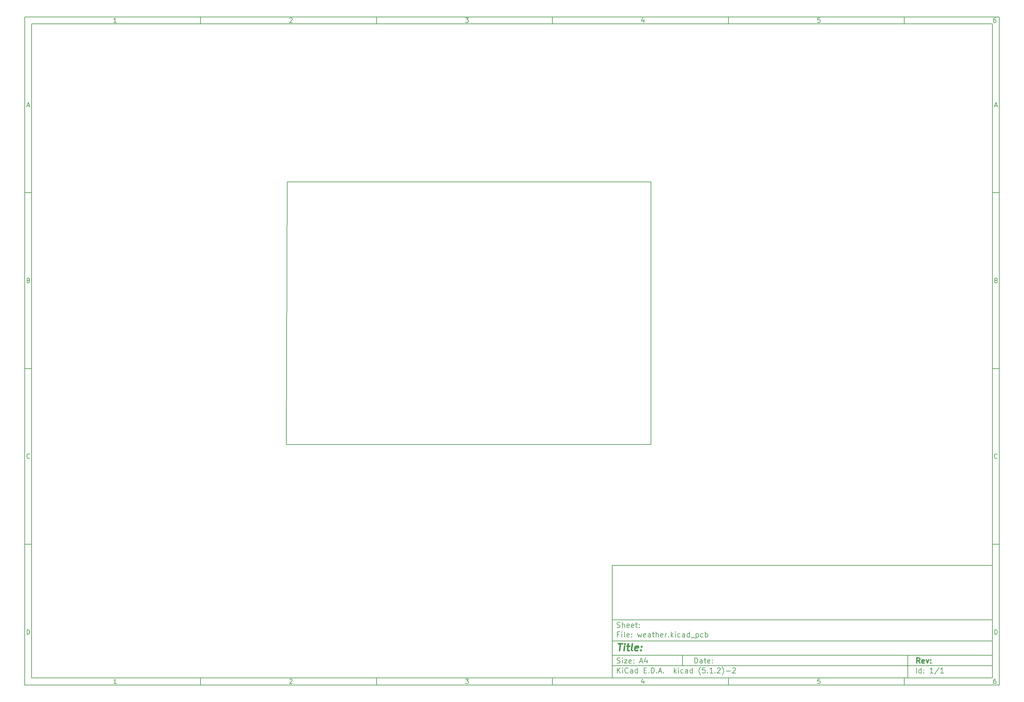
<source format=gm1>
G04 #@! TF.GenerationSoftware,KiCad,Pcbnew,(5.1.2)-2*
G04 #@! TF.CreationDate,2019-07-01T23:58:17+07:00*
G04 #@! TF.ProjectId,weather,77656174-6865-4722-9e6b-696361645f70,rev?*
G04 #@! TF.SameCoordinates,Original*
G04 #@! TF.FileFunction,Profile,NP*
%FSLAX46Y46*%
G04 Gerber Fmt 4.6, Leading zero omitted, Abs format (unit mm)*
G04 Created by KiCad (PCBNEW (5.1.2)-2) date 2019-07-01 23:58:17*
%MOMM*%
%LPD*%
G04 APERTURE LIST*
%ADD10C,0.100000*%
%ADD11C,0.150000*%
%ADD12C,0.300000*%
%ADD13C,0.400000*%
G04 APERTURE END LIST*
D10*
D11*
X177002200Y-166007200D02*
X177002200Y-198007200D01*
X285002200Y-198007200D01*
X285002200Y-166007200D01*
X177002200Y-166007200D01*
D10*
D11*
X10000000Y-10000000D02*
X10000000Y-200007200D01*
X287002200Y-200007200D01*
X287002200Y-10000000D01*
X10000000Y-10000000D01*
D10*
D11*
X12000000Y-12000000D02*
X12000000Y-198007200D01*
X285002200Y-198007200D01*
X285002200Y-12000000D01*
X12000000Y-12000000D01*
D10*
D11*
X60000000Y-12000000D02*
X60000000Y-10000000D01*
D10*
D11*
X110000000Y-12000000D02*
X110000000Y-10000000D01*
D10*
D11*
X160000000Y-12000000D02*
X160000000Y-10000000D01*
D10*
D11*
X210000000Y-12000000D02*
X210000000Y-10000000D01*
D10*
D11*
X260000000Y-12000000D02*
X260000000Y-10000000D01*
D10*
D11*
X36065476Y-11588095D02*
X35322619Y-11588095D01*
X35694047Y-11588095D02*
X35694047Y-10288095D01*
X35570238Y-10473809D01*
X35446428Y-10597619D01*
X35322619Y-10659523D01*
D10*
D11*
X85322619Y-10411904D02*
X85384523Y-10350000D01*
X85508333Y-10288095D01*
X85817857Y-10288095D01*
X85941666Y-10350000D01*
X86003571Y-10411904D01*
X86065476Y-10535714D01*
X86065476Y-10659523D01*
X86003571Y-10845238D01*
X85260714Y-11588095D01*
X86065476Y-11588095D01*
D10*
D11*
X135260714Y-10288095D02*
X136065476Y-10288095D01*
X135632142Y-10783333D01*
X135817857Y-10783333D01*
X135941666Y-10845238D01*
X136003571Y-10907142D01*
X136065476Y-11030952D01*
X136065476Y-11340476D01*
X136003571Y-11464285D01*
X135941666Y-11526190D01*
X135817857Y-11588095D01*
X135446428Y-11588095D01*
X135322619Y-11526190D01*
X135260714Y-11464285D01*
D10*
D11*
X185941666Y-10721428D02*
X185941666Y-11588095D01*
X185632142Y-10226190D02*
X185322619Y-11154761D01*
X186127380Y-11154761D01*
D10*
D11*
X236003571Y-10288095D02*
X235384523Y-10288095D01*
X235322619Y-10907142D01*
X235384523Y-10845238D01*
X235508333Y-10783333D01*
X235817857Y-10783333D01*
X235941666Y-10845238D01*
X236003571Y-10907142D01*
X236065476Y-11030952D01*
X236065476Y-11340476D01*
X236003571Y-11464285D01*
X235941666Y-11526190D01*
X235817857Y-11588095D01*
X235508333Y-11588095D01*
X235384523Y-11526190D01*
X235322619Y-11464285D01*
D10*
D11*
X285941666Y-10288095D02*
X285694047Y-10288095D01*
X285570238Y-10350000D01*
X285508333Y-10411904D01*
X285384523Y-10597619D01*
X285322619Y-10845238D01*
X285322619Y-11340476D01*
X285384523Y-11464285D01*
X285446428Y-11526190D01*
X285570238Y-11588095D01*
X285817857Y-11588095D01*
X285941666Y-11526190D01*
X286003571Y-11464285D01*
X286065476Y-11340476D01*
X286065476Y-11030952D01*
X286003571Y-10907142D01*
X285941666Y-10845238D01*
X285817857Y-10783333D01*
X285570238Y-10783333D01*
X285446428Y-10845238D01*
X285384523Y-10907142D01*
X285322619Y-11030952D01*
D10*
D11*
X60000000Y-198007200D02*
X60000000Y-200007200D01*
D10*
D11*
X110000000Y-198007200D02*
X110000000Y-200007200D01*
D10*
D11*
X160000000Y-198007200D02*
X160000000Y-200007200D01*
D10*
D11*
X210000000Y-198007200D02*
X210000000Y-200007200D01*
D10*
D11*
X260000000Y-198007200D02*
X260000000Y-200007200D01*
D10*
D11*
X36065476Y-199595295D02*
X35322619Y-199595295D01*
X35694047Y-199595295D02*
X35694047Y-198295295D01*
X35570238Y-198481009D01*
X35446428Y-198604819D01*
X35322619Y-198666723D01*
D10*
D11*
X85322619Y-198419104D02*
X85384523Y-198357200D01*
X85508333Y-198295295D01*
X85817857Y-198295295D01*
X85941666Y-198357200D01*
X86003571Y-198419104D01*
X86065476Y-198542914D01*
X86065476Y-198666723D01*
X86003571Y-198852438D01*
X85260714Y-199595295D01*
X86065476Y-199595295D01*
D10*
D11*
X135260714Y-198295295D02*
X136065476Y-198295295D01*
X135632142Y-198790533D01*
X135817857Y-198790533D01*
X135941666Y-198852438D01*
X136003571Y-198914342D01*
X136065476Y-199038152D01*
X136065476Y-199347676D01*
X136003571Y-199471485D01*
X135941666Y-199533390D01*
X135817857Y-199595295D01*
X135446428Y-199595295D01*
X135322619Y-199533390D01*
X135260714Y-199471485D01*
D10*
D11*
X185941666Y-198728628D02*
X185941666Y-199595295D01*
X185632142Y-198233390D02*
X185322619Y-199161961D01*
X186127380Y-199161961D01*
D10*
D11*
X236003571Y-198295295D02*
X235384523Y-198295295D01*
X235322619Y-198914342D01*
X235384523Y-198852438D01*
X235508333Y-198790533D01*
X235817857Y-198790533D01*
X235941666Y-198852438D01*
X236003571Y-198914342D01*
X236065476Y-199038152D01*
X236065476Y-199347676D01*
X236003571Y-199471485D01*
X235941666Y-199533390D01*
X235817857Y-199595295D01*
X235508333Y-199595295D01*
X235384523Y-199533390D01*
X235322619Y-199471485D01*
D10*
D11*
X285941666Y-198295295D02*
X285694047Y-198295295D01*
X285570238Y-198357200D01*
X285508333Y-198419104D01*
X285384523Y-198604819D01*
X285322619Y-198852438D01*
X285322619Y-199347676D01*
X285384523Y-199471485D01*
X285446428Y-199533390D01*
X285570238Y-199595295D01*
X285817857Y-199595295D01*
X285941666Y-199533390D01*
X286003571Y-199471485D01*
X286065476Y-199347676D01*
X286065476Y-199038152D01*
X286003571Y-198914342D01*
X285941666Y-198852438D01*
X285817857Y-198790533D01*
X285570238Y-198790533D01*
X285446428Y-198852438D01*
X285384523Y-198914342D01*
X285322619Y-199038152D01*
D10*
D11*
X10000000Y-60000000D02*
X12000000Y-60000000D01*
D10*
D11*
X10000000Y-110000000D02*
X12000000Y-110000000D01*
D10*
D11*
X10000000Y-160000000D02*
X12000000Y-160000000D01*
D10*
D11*
X10690476Y-35216666D02*
X11309523Y-35216666D01*
X10566666Y-35588095D02*
X11000000Y-34288095D01*
X11433333Y-35588095D01*
D10*
D11*
X11092857Y-84907142D02*
X11278571Y-84969047D01*
X11340476Y-85030952D01*
X11402380Y-85154761D01*
X11402380Y-85340476D01*
X11340476Y-85464285D01*
X11278571Y-85526190D01*
X11154761Y-85588095D01*
X10659523Y-85588095D01*
X10659523Y-84288095D01*
X11092857Y-84288095D01*
X11216666Y-84350000D01*
X11278571Y-84411904D01*
X11340476Y-84535714D01*
X11340476Y-84659523D01*
X11278571Y-84783333D01*
X11216666Y-84845238D01*
X11092857Y-84907142D01*
X10659523Y-84907142D01*
D10*
D11*
X11402380Y-135464285D02*
X11340476Y-135526190D01*
X11154761Y-135588095D01*
X11030952Y-135588095D01*
X10845238Y-135526190D01*
X10721428Y-135402380D01*
X10659523Y-135278571D01*
X10597619Y-135030952D01*
X10597619Y-134845238D01*
X10659523Y-134597619D01*
X10721428Y-134473809D01*
X10845238Y-134350000D01*
X11030952Y-134288095D01*
X11154761Y-134288095D01*
X11340476Y-134350000D01*
X11402380Y-134411904D01*
D10*
D11*
X10659523Y-185588095D02*
X10659523Y-184288095D01*
X10969047Y-184288095D01*
X11154761Y-184350000D01*
X11278571Y-184473809D01*
X11340476Y-184597619D01*
X11402380Y-184845238D01*
X11402380Y-185030952D01*
X11340476Y-185278571D01*
X11278571Y-185402380D01*
X11154761Y-185526190D01*
X10969047Y-185588095D01*
X10659523Y-185588095D01*
D10*
D11*
X287002200Y-60000000D02*
X285002200Y-60000000D01*
D10*
D11*
X287002200Y-110000000D02*
X285002200Y-110000000D01*
D10*
D11*
X287002200Y-160000000D02*
X285002200Y-160000000D01*
D10*
D11*
X285692676Y-35216666D02*
X286311723Y-35216666D01*
X285568866Y-35588095D02*
X286002200Y-34288095D01*
X286435533Y-35588095D01*
D10*
D11*
X286095057Y-84907142D02*
X286280771Y-84969047D01*
X286342676Y-85030952D01*
X286404580Y-85154761D01*
X286404580Y-85340476D01*
X286342676Y-85464285D01*
X286280771Y-85526190D01*
X286156961Y-85588095D01*
X285661723Y-85588095D01*
X285661723Y-84288095D01*
X286095057Y-84288095D01*
X286218866Y-84350000D01*
X286280771Y-84411904D01*
X286342676Y-84535714D01*
X286342676Y-84659523D01*
X286280771Y-84783333D01*
X286218866Y-84845238D01*
X286095057Y-84907142D01*
X285661723Y-84907142D01*
D10*
D11*
X286404580Y-135464285D02*
X286342676Y-135526190D01*
X286156961Y-135588095D01*
X286033152Y-135588095D01*
X285847438Y-135526190D01*
X285723628Y-135402380D01*
X285661723Y-135278571D01*
X285599819Y-135030952D01*
X285599819Y-134845238D01*
X285661723Y-134597619D01*
X285723628Y-134473809D01*
X285847438Y-134350000D01*
X286033152Y-134288095D01*
X286156961Y-134288095D01*
X286342676Y-134350000D01*
X286404580Y-134411904D01*
D10*
D11*
X285661723Y-185588095D02*
X285661723Y-184288095D01*
X285971247Y-184288095D01*
X286156961Y-184350000D01*
X286280771Y-184473809D01*
X286342676Y-184597619D01*
X286404580Y-184845238D01*
X286404580Y-185030952D01*
X286342676Y-185278571D01*
X286280771Y-185402380D01*
X286156961Y-185526190D01*
X285971247Y-185588095D01*
X285661723Y-185588095D01*
D10*
D11*
X200434342Y-193785771D02*
X200434342Y-192285771D01*
X200791485Y-192285771D01*
X201005771Y-192357200D01*
X201148628Y-192500057D01*
X201220057Y-192642914D01*
X201291485Y-192928628D01*
X201291485Y-193142914D01*
X201220057Y-193428628D01*
X201148628Y-193571485D01*
X201005771Y-193714342D01*
X200791485Y-193785771D01*
X200434342Y-193785771D01*
X202577200Y-193785771D02*
X202577200Y-193000057D01*
X202505771Y-192857200D01*
X202362914Y-192785771D01*
X202077200Y-192785771D01*
X201934342Y-192857200D01*
X202577200Y-193714342D02*
X202434342Y-193785771D01*
X202077200Y-193785771D01*
X201934342Y-193714342D01*
X201862914Y-193571485D01*
X201862914Y-193428628D01*
X201934342Y-193285771D01*
X202077200Y-193214342D01*
X202434342Y-193214342D01*
X202577200Y-193142914D01*
X203077200Y-192785771D02*
X203648628Y-192785771D01*
X203291485Y-192285771D02*
X203291485Y-193571485D01*
X203362914Y-193714342D01*
X203505771Y-193785771D01*
X203648628Y-193785771D01*
X204720057Y-193714342D02*
X204577200Y-193785771D01*
X204291485Y-193785771D01*
X204148628Y-193714342D01*
X204077200Y-193571485D01*
X204077200Y-193000057D01*
X204148628Y-192857200D01*
X204291485Y-192785771D01*
X204577200Y-192785771D01*
X204720057Y-192857200D01*
X204791485Y-193000057D01*
X204791485Y-193142914D01*
X204077200Y-193285771D01*
X205434342Y-193642914D02*
X205505771Y-193714342D01*
X205434342Y-193785771D01*
X205362914Y-193714342D01*
X205434342Y-193642914D01*
X205434342Y-193785771D01*
X205434342Y-192857200D02*
X205505771Y-192928628D01*
X205434342Y-193000057D01*
X205362914Y-192928628D01*
X205434342Y-192857200D01*
X205434342Y-193000057D01*
D10*
D11*
X177002200Y-194507200D02*
X285002200Y-194507200D01*
D10*
D11*
X178434342Y-196585771D02*
X178434342Y-195085771D01*
X179291485Y-196585771D02*
X178648628Y-195728628D01*
X179291485Y-195085771D02*
X178434342Y-195942914D01*
X179934342Y-196585771D02*
X179934342Y-195585771D01*
X179934342Y-195085771D02*
X179862914Y-195157200D01*
X179934342Y-195228628D01*
X180005771Y-195157200D01*
X179934342Y-195085771D01*
X179934342Y-195228628D01*
X181505771Y-196442914D02*
X181434342Y-196514342D01*
X181220057Y-196585771D01*
X181077200Y-196585771D01*
X180862914Y-196514342D01*
X180720057Y-196371485D01*
X180648628Y-196228628D01*
X180577200Y-195942914D01*
X180577200Y-195728628D01*
X180648628Y-195442914D01*
X180720057Y-195300057D01*
X180862914Y-195157200D01*
X181077200Y-195085771D01*
X181220057Y-195085771D01*
X181434342Y-195157200D01*
X181505771Y-195228628D01*
X182791485Y-196585771D02*
X182791485Y-195800057D01*
X182720057Y-195657200D01*
X182577200Y-195585771D01*
X182291485Y-195585771D01*
X182148628Y-195657200D01*
X182791485Y-196514342D02*
X182648628Y-196585771D01*
X182291485Y-196585771D01*
X182148628Y-196514342D01*
X182077200Y-196371485D01*
X182077200Y-196228628D01*
X182148628Y-196085771D01*
X182291485Y-196014342D01*
X182648628Y-196014342D01*
X182791485Y-195942914D01*
X184148628Y-196585771D02*
X184148628Y-195085771D01*
X184148628Y-196514342D02*
X184005771Y-196585771D01*
X183720057Y-196585771D01*
X183577200Y-196514342D01*
X183505771Y-196442914D01*
X183434342Y-196300057D01*
X183434342Y-195871485D01*
X183505771Y-195728628D01*
X183577200Y-195657200D01*
X183720057Y-195585771D01*
X184005771Y-195585771D01*
X184148628Y-195657200D01*
X186005771Y-195800057D02*
X186505771Y-195800057D01*
X186720057Y-196585771D02*
X186005771Y-196585771D01*
X186005771Y-195085771D01*
X186720057Y-195085771D01*
X187362914Y-196442914D02*
X187434342Y-196514342D01*
X187362914Y-196585771D01*
X187291485Y-196514342D01*
X187362914Y-196442914D01*
X187362914Y-196585771D01*
X188077200Y-196585771D02*
X188077200Y-195085771D01*
X188434342Y-195085771D01*
X188648628Y-195157200D01*
X188791485Y-195300057D01*
X188862914Y-195442914D01*
X188934342Y-195728628D01*
X188934342Y-195942914D01*
X188862914Y-196228628D01*
X188791485Y-196371485D01*
X188648628Y-196514342D01*
X188434342Y-196585771D01*
X188077200Y-196585771D01*
X189577200Y-196442914D02*
X189648628Y-196514342D01*
X189577200Y-196585771D01*
X189505771Y-196514342D01*
X189577200Y-196442914D01*
X189577200Y-196585771D01*
X190220057Y-196157200D02*
X190934342Y-196157200D01*
X190077200Y-196585771D02*
X190577200Y-195085771D01*
X191077200Y-196585771D01*
X191577200Y-196442914D02*
X191648628Y-196514342D01*
X191577200Y-196585771D01*
X191505771Y-196514342D01*
X191577200Y-196442914D01*
X191577200Y-196585771D01*
X194577200Y-196585771D02*
X194577200Y-195085771D01*
X194720057Y-196014342D02*
X195148628Y-196585771D01*
X195148628Y-195585771D02*
X194577200Y-196157200D01*
X195791485Y-196585771D02*
X195791485Y-195585771D01*
X195791485Y-195085771D02*
X195720057Y-195157200D01*
X195791485Y-195228628D01*
X195862914Y-195157200D01*
X195791485Y-195085771D01*
X195791485Y-195228628D01*
X197148628Y-196514342D02*
X197005771Y-196585771D01*
X196720057Y-196585771D01*
X196577200Y-196514342D01*
X196505771Y-196442914D01*
X196434342Y-196300057D01*
X196434342Y-195871485D01*
X196505771Y-195728628D01*
X196577200Y-195657200D01*
X196720057Y-195585771D01*
X197005771Y-195585771D01*
X197148628Y-195657200D01*
X198434342Y-196585771D02*
X198434342Y-195800057D01*
X198362914Y-195657200D01*
X198220057Y-195585771D01*
X197934342Y-195585771D01*
X197791485Y-195657200D01*
X198434342Y-196514342D02*
X198291485Y-196585771D01*
X197934342Y-196585771D01*
X197791485Y-196514342D01*
X197720057Y-196371485D01*
X197720057Y-196228628D01*
X197791485Y-196085771D01*
X197934342Y-196014342D01*
X198291485Y-196014342D01*
X198434342Y-195942914D01*
X199791485Y-196585771D02*
X199791485Y-195085771D01*
X199791485Y-196514342D02*
X199648628Y-196585771D01*
X199362914Y-196585771D01*
X199220057Y-196514342D01*
X199148628Y-196442914D01*
X199077200Y-196300057D01*
X199077200Y-195871485D01*
X199148628Y-195728628D01*
X199220057Y-195657200D01*
X199362914Y-195585771D01*
X199648628Y-195585771D01*
X199791485Y-195657200D01*
X202077200Y-197157200D02*
X202005771Y-197085771D01*
X201862914Y-196871485D01*
X201791485Y-196728628D01*
X201720057Y-196514342D01*
X201648628Y-196157200D01*
X201648628Y-195871485D01*
X201720057Y-195514342D01*
X201791485Y-195300057D01*
X201862914Y-195157200D01*
X202005771Y-194942914D01*
X202077200Y-194871485D01*
X203362914Y-195085771D02*
X202648628Y-195085771D01*
X202577200Y-195800057D01*
X202648628Y-195728628D01*
X202791485Y-195657200D01*
X203148628Y-195657200D01*
X203291485Y-195728628D01*
X203362914Y-195800057D01*
X203434342Y-195942914D01*
X203434342Y-196300057D01*
X203362914Y-196442914D01*
X203291485Y-196514342D01*
X203148628Y-196585771D01*
X202791485Y-196585771D01*
X202648628Y-196514342D01*
X202577200Y-196442914D01*
X204077200Y-196442914D02*
X204148628Y-196514342D01*
X204077200Y-196585771D01*
X204005771Y-196514342D01*
X204077200Y-196442914D01*
X204077200Y-196585771D01*
X205577200Y-196585771D02*
X204720057Y-196585771D01*
X205148628Y-196585771D02*
X205148628Y-195085771D01*
X205005771Y-195300057D01*
X204862914Y-195442914D01*
X204720057Y-195514342D01*
X206220057Y-196442914D02*
X206291485Y-196514342D01*
X206220057Y-196585771D01*
X206148628Y-196514342D01*
X206220057Y-196442914D01*
X206220057Y-196585771D01*
X206862914Y-195228628D02*
X206934342Y-195157200D01*
X207077200Y-195085771D01*
X207434342Y-195085771D01*
X207577200Y-195157200D01*
X207648628Y-195228628D01*
X207720057Y-195371485D01*
X207720057Y-195514342D01*
X207648628Y-195728628D01*
X206791485Y-196585771D01*
X207720057Y-196585771D01*
X208220057Y-197157200D02*
X208291485Y-197085771D01*
X208434342Y-196871485D01*
X208505771Y-196728628D01*
X208577200Y-196514342D01*
X208648628Y-196157200D01*
X208648628Y-195871485D01*
X208577200Y-195514342D01*
X208505771Y-195300057D01*
X208434342Y-195157200D01*
X208291485Y-194942914D01*
X208220057Y-194871485D01*
X209362914Y-196014342D02*
X210505771Y-196014342D01*
X211148628Y-195228628D02*
X211220057Y-195157200D01*
X211362914Y-195085771D01*
X211720057Y-195085771D01*
X211862914Y-195157200D01*
X211934342Y-195228628D01*
X212005771Y-195371485D01*
X212005771Y-195514342D01*
X211934342Y-195728628D01*
X211077200Y-196585771D01*
X212005771Y-196585771D01*
D10*
D11*
X177002200Y-191507200D02*
X285002200Y-191507200D01*
D10*
D12*
X264411485Y-193785771D02*
X263911485Y-193071485D01*
X263554342Y-193785771D02*
X263554342Y-192285771D01*
X264125771Y-192285771D01*
X264268628Y-192357200D01*
X264340057Y-192428628D01*
X264411485Y-192571485D01*
X264411485Y-192785771D01*
X264340057Y-192928628D01*
X264268628Y-193000057D01*
X264125771Y-193071485D01*
X263554342Y-193071485D01*
X265625771Y-193714342D02*
X265482914Y-193785771D01*
X265197200Y-193785771D01*
X265054342Y-193714342D01*
X264982914Y-193571485D01*
X264982914Y-193000057D01*
X265054342Y-192857200D01*
X265197200Y-192785771D01*
X265482914Y-192785771D01*
X265625771Y-192857200D01*
X265697200Y-193000057D01*
X265697200Y-193142914D01*
X264982914Y-193285771D01*
X266197200Y-192785771D02*
X266554342Y-193785771D01*
X266911485Y-192785771D01*
X267482914Y-193642914D02*
X267554342Y-193714342D01*
X267482914Y-193785771D01*
X267411485Y-193714342D01*
X267482914Y-193642914D01*
X267482914Y-193785771D01*
X267482914Y-192857200D02*
X267554342Y-192928628D01*
X267482914Y-193000057D01*
X267411485Y-192928628D01*
X267482914Y-192857200D01*
X267482914Y-193000057D01*
D10*
D11*
X178362914Y-193714342D02*
X178577200Y-193785771D01*
X178934342Y-193785771D01*
X179077200Y-193714342D01*
X179148628Y-193642914D01*
X179220057Y-193500057D01*
X179220057Y-193357200D01*
X179148628Y-193214342D01*
X179077200Y-193142914D01*
X178934342Y-193071485D01*
X178648628Y-193000057D01*
X178505771Y-192928628D01*
X178434342Y-192857200D01*
X178362914Y-192714342D01*
X178362914Y-192571485D01*
X178434342Y-192428628D01*
X178505771Y-192357200D01*
X178648628Y-192285771D01*
X179005771Y-192285771D01*
X179220057Y-192357200D01*
X179862914Y-193785771D02*
X179862914Y-192785771D01*
X179862914Y-192285771D02*
X179791485Y-192357200D01*
X179862914Y-192428628D01*
X179934342Y-192357200D01*
X179862914Y-192285771D01*
X179862914Y-192428628D01*
X180434342Y-192785771D02*
X181220057Y-192785771D01*
X180434342Y-193785771D01*
X181220057Y-193785771D01*
X182362914Y-193714342D02*
X182220057Y-193785771D01*
X181934342Y-193785771D01*
X181791485Y-193714342D01*
X181720057Y-193571485D01*
X181720057Y-193000057D01*
X181791485Y-192857200D01*
X181934342Y-192785771D01*
X182220057Y-192785771D01*
X182362914Y-192857200D01*
X182434342Y-193000057D01*
X182434342Y-193142914D01*
X181720057Y-193285771D01*
X183077200Y-193642914D02*
X183148628Y-193714342D01*
X183077200Y-193785771D01*
X183005771Y-193714342D01*
X183077200Y-193642914D01*
X183077200Y-193785771D01*
X183077200Y-192857200D02*
X183148628Y-192928628D01*
X183077200Y-193000057D01*
X183005771Y-192928628D01*
X183077200Y-192857200D01*
X183077200Y-193000057D01*
X184862914Y-193357200D02*
X185577200Y-193357200D01*
X184720057Y-193785771D02*
X185220057Y-192285771D01*
X185720057Y-193785771D01*
X186862914Y-192785771D02*
X186862914Y-193785771D01*
X186505771Y-192214342D02*
X186148628Y-193285771D01*
X187077200Y-193285771D01*
D10*
D11*
X263434342Y-196585771D02*
X263434342Y-195085771D01*
X264791485Y-196585771D02*
X264791485Y-195085771D01*
X264791485Y-196514342D02*
X264648628Y-196585771D01*
X264362914Y-196585771D01*
X264220057Y-196514342D01*
X264148628Y-196442914D01*
X264077200Y-196300057D01*
X264077200Y-195871485D01*
X264148628Y-195728628D01*
X264220057Y-195657200D01*
X264362914Y-195585771D01*
X264648628Y-195585771D01*
X264791485Y-195657200D01*
X265505771Y-196442914D02*
X265577200Y-196514342D01*
X265505771Y-196585771D01*
X265434342Y-196514342D01*
X265505771Y-196442914D01*
X265505771Y-196585771D01*
X265505771Y-195657200D02*
X265577200Y-195728628D01*
X265505771Y-195800057D01*
X265434342Y-195728628D01*
X265505771Y-195657200D01*
X265505771Y-195800057D01*
X268148628Y-196585771D02*
X267291485Y-196585771D01*
X267720057Y-196585771D02*
X267720057Y-195085771D01*
X267577200Y-195300057D01*
X267434342Y-195442914D01*
X267291485Y-195514342D01*
X269862914Y-195014342D02*
X268577200Y-196942914D01*
X271148628Y-196585771D02*
X270291485Y-196585771D01*
X270720057Y-196585771D02*
X270720057Y-195085771D01*
X270577200Y-195300057D01*
X270434342Y-195442914D01*
X270291485Y-195514342D01*
D10*
D11*
X177002200Y-187507200D02*
X285002200Y-187507200D01*
D10*
D13*
X178714580Y-188211961D02*
X179857438Y-188211961D01*
X179036009Y-190211961D02*
X179286009Y-188211961D01*
X180274104Y-190211961D02*
X180440771Y-188878628D01*
X180524104Y-188211961D02*
X180416961Y-188307200D01*
X180500295Y-188402438D01*
X180607438Y-188307200D01*
X180524104Y-188211961D01*
X180500295Y-188402438D01*
X181107438Y-188878628D02*
X181869342Y-188878628D01*
X181476485Y-188211961D02*
X181262200Y-189926247D01*
X181333628Y-190116723D01*
X181512200Y-190211961D01*
X181702676Y-190211961D01*
X182655057Y-190211961D02*
X182476485Y-190116723D01*
X182405057Y-189926247D01*
X182619342Y-188211961D01*
X184190771Y-190116723D02*
X183988390Y-190211961D01*
X183607438Y-190211961D01*
X183428866Y-190116723D01*
X183357438Y-189926247D01*
X183452676Y-189164342D01*
X183571723Y-188973866D01*
X183774104Y-188878628D01*
X184155057Y-188878628D01*
X184333628Y-188973866D01*
X184405057Y-189164342D01*
X184381247Y-189354819D01*
X183405057Y-189545295D01*
X185155057Y-190021485D02*
X185238390Y-190116723D01*
X185131247Y-190211961D01*
X185047914Y-190116723D01*
X185155057Y-190021485D01*
X185131247Y-190211961D01*
X185286009Y-188973866D02*
X185369342Y-189069104D01*
X185262200Y-189164342D01*
X185178866Y-189069104D01*
X185286009Y-188973866D01*
X185262200Y-189164342D01*
D10*
D11*
X178934342Y-185600057D02*
X178434342Y-185600057D01*
X178434342Y-186385771D02*
X178434342Y-184885771D01*
X179148628Y-184885771D01*
X179720057Y-186385771D02*
X179720057Y-185385771D01*
X179720057Y-184885771D02*
X179648628Y-184957200D01*
X179720057Y-185028628D01*
X179791485Y-184957200D01*
X179720057Y-184885771D01*
X179720057Y-185028628D01*
X180648628Y-186385771D02*
X180505771Y-186314342D01*
X180434342Y-186171485D01*
X180434342Y-184885771D01*
X181791485Y-186314342D02*
X181648628Y-186385771D01*
X181362914Y-186385771D01*
X181220057Y-186314342D01*
X181148628Y-186171485D01*
X181148628Y-185600057D01*
X181220057Y-185457200D01*
X181362914Y-185385771D01*
X181648628Y-185385771D01*
X181791485Y-185457200D01*
X181862914Y-185600057D01*
X181862914Y-185742914D01*
X181148628Y-185885771D01*
X182505771Y-186242914D02*
X182577200Y-186314342D01*
X182505771Y-186385771D01*
X182434342Y-186314342D01*
X182505771Y-186242914D01*
X182505771Y-186385771D01*
X182505771Y-185457200D02*
X182577200Y-185528628D01*
X182505771Y-185600057D01*
X182434342Y-185528628D01*
X182505771Y-185457200D01*
X182505771Y-185600057D01*
X184220057Y-185385771D02*
X184505771Y-186385771D01*
X184791485Y-185671485D01*
X185077200Y-186385771D01*
X185362914Y-185385771D01*
X186505771Y-186314342D02*
X186362914Y-186385771D01*
X186077200Y-186385771D01*
X185934342Y-186314342D01*
X185862914Y-186171485D01*
X185862914Y-185600057D01*
X185934342Y-185457200D01*
X186077200Y-185385771D01*
X186362914Y-185385771D01*
X186505771Y-185457200D01*
X186577200Y-185600057D01*
X186577200Y-185742914D01*
X185862914Y-185885771D01*
X187862914Y-186385771D02*
X187862914Y-185600057D01*
X187791485Y-185457200D01*
X187648628Y-185385771D01*
X187362914Y-185385771D01*
X187220057Y-185457200D01*
X187862914Y-186314342D02*
X187720057Y-186385771D01*
X187362914Y-186385771D01*
X187220057Y-186314342D01*
X187148628Y-186171485D01*
X187148628Y-186028628D01*
X187220057Y-185885771D01*
X187362914Y-185814342D01*
X187720057Y-185814342D01*
X187862914Y-185742914D01*
X188362914Y-185385771D02*
X188934342Y-185385771D01*
X188577200Y-184885771D02*
X188577200Y-186171485D01*
X188648628Y-186314342D01*
X188791485Y-186385771D01*
X188934342Y-186385771D01*
X189434342Y-186385771D02*
X189434342Y-184885771D01*
X190077200Y-186385771D02*
X190077200Y-185600057D01*
X190005771Y-185457200D01*
X189862914Y-185385771D01*
X189648628Y-185385771D01*
X189505771Y-185457200D01*
X189434342Y-185528628D01*
X191362914Y-186314342D02*
X191220057Y-186385771D01*
X190934342Y-186385771D01*
X190791485Y-186314342D01*
X190720057Y-186171485D01*
X190720057Y-185600057D01*
X190791485Y-185457200D01*
X190934342Y-185385771D01*
X191220057Y-185385771D01*
X191362914Y-185457200D01*
X191434342Y-185600057D01*
X191434342Y-185742914D01*
X190720057Y-185885771D01*
X192077200Y-186385771D02*
X192077200Y-185385771D01*
X192077200Y-185671485D02*
X192148628Y-185528628D01*
X192220057Y-185457200D01*
X192362914Y-185385771D01*
X192505771Y-185385771D01*
X193005771Y-186242914D02*
X193077200Y-186314342D01*
X193005771Y-186385771D01*
X192934342Y-186314342D01*
X193005771Y-186242914D01*
X193005771Y-186385771D01*
X193720057Y-186385771D02*
X193720057Y-184885771D01*
X193862914Y-185814342D02*
X194291485Y-186385771D01*
X194291485Y-185385771D02*
X193720057Y-185957200D01*
X194934342Y-186385771D02*
X194934342Y-185385771D01*
X194934342Y-184885771D02*
X194862914Y-184957200D01*
X194934342Y-185028628D01*
X195005771Y-184957200D01*
X194934342Y-184885771D01*
X194934342Y-185028628D01*
X196291485Y-186314342D02*
X196148628Y-186385771D01*
X195862914Y-186385771D01*
X195720057Y-186314342D01*
X195648628Y-186242914D01*
X195577200Y-186100057D01*
X195577200Y-185671485D01*
X195648628Y-185528628D01*
X195720057Y-185457200D01*
X195862914Y-185385771D01*
X196148628Y-185385771D01*
X196291485Y-185457200D01*
X197577200Y-186385771D02*
X197577200Y-185600057D01*
X197505771Y-185457200D01*
X197362914Y-185385771D01*
X197077200Y-185385771D01*
X196934342Y-185457200D01*
X197577200Y-186314342D02*
X197434342Y-186385771D01*
X197077200Y-186385771D01*
X196934342Y-186314342D01*
X196862914Y-186171485D01*
X196862914Y-186028628D01*
X196934342Y-185885771D01*
X197077200Y-185814342D01*
X197434342Y-185814342D01*
X197577200Y-185742914D01*
X198934342Y-186385771D02*
X198934342Y-184885771D01*
X198934342Y-186314342D02*
X198791485Y-186385771D01*
X198505771Y-186385771D01*
X198362914Y-186314342D01*
X198291485Y-186242914D01*
X198220057Y-186100057D01*
X198220057Y-185671485D01*
X198291485Y-185528628D01*
X198362914Y-185457200D01*
X198505771Y-185385771D01*
X198791485Y-185385771D01*
X198934342Y-185457200D01*
X199291485Y-186528628D02*
X200434342Y-186528628D01*
X200791485Y-185385771D02*
X200791485Y-186885771D01*
X200791485Y-185457200D02*
X200934342Y-185385771D01*
X201220057Y-185385771D01*
X201362914Y-185457200D01*
X201434342Y-185528628D01*
X201505771Y-185671485D01*
X201505771Y-186100057D01*
X201434342Y-186242914D01*
X201362914Y-186314342D01*
X201220057Y-186385771D01*
X200934342Y-186385771D01*
X200791485Y-186314342D01*
X202791485Y-186314342D02*
X202648628Y-186385771D01*
X202362914Y-186385771D01*
X202220057Y-186314342D01*
X202148628Y-186242914D01*
X202077200Y-186100057D01*
X202077200Y-185671485D01*
X202148628Y-185528628D01*
X202220057Y-185457200D01*
X202362914Y-185385771D01*
X202648628Y-185385771D01*
X202791485Y-185457200D01*
X203434342Y-186385771D02*
X203434342Y-184885771D01*
X203434342Y-185457200D02*
X203577200Y-185385771D01*
X203862914Y-185385771D01*
X204005771Y-185457200D01*
X204077200Y-185528628D01*
X204148628Y-185671485D01*
X204148628Y-186100057D01*
X204077200Y-186242914D01*
X204005771Y-186314342D01*
X203862914Y-186385771D01*
X203577200Y-186385771D01*
X203434342Y-186314342D01*
D10*
D11*
X177002200Y-181507200D02*
X285002200Y-181507200D01*
D10*
D11*
X178362914Y-183614342D02*
X178577200Y-183685771D01*
X178934342Y-183685771D01*
X179077200Y-183614342D01*
X179148628Y-183542914D01*
X179220057Y-183400057D01*
X179220057Y-183257200D01*
X179148628Y-183114342D01*
X179077200Y-183042914D01*
X178934342Y-182971485D01*
X178648628Y-182900057D01*
X178505771Y-182828628D01*
X178434342Y-182757200D01*
X178362914Y-182614342D01*
X178362914Y-182471485D01*
X178434342Y-182328628D01*
X178505771Y-182257200D01*
X178648628Y-182185771D01*
X179005771Y-182185771D01*
X179220057Y-182257200D01*
X179862914Y-183685771D02*
X179862914Y-182185771D01*
X180505771Y-183685771D02*
X180505771Y-182900057D01*
X180434342Y-182757200D01*
X180291485Y-182685771D01*
X180077200Y-182685771D01*
X179934342Y-182757200D01*
X179862914Y-182828628D01*
X181791485Y-183614342D02*
X181648628Y-183685771D01*
X181362914Y-183685771D01*
X181220057Y-183614342D01*
X181148628Y-183471485D01*
X181148628Y-182900057D01*
X181220057Y-182757200D01*
X181362914Y-182685771D01*
X181648628Y-182685771D01*
X181791485Y-182757200D01*
X181862914Y-182900057D01*
X181862914Y-183042914D01*
X181148628Y-183185771D01*
X183077200Y-183614342D02*
X182934342Y-183685771D01*
X182648628Y-183685771D01*
X182505771Y-183614342D01*
X182434342Y-183471485D01*
X182434342Y-182900057D01*
X182505771Y-182757200D01*
X182648628Y-182685771D01*
X182934342Y-182685771D01*
X183077200Y-182757200D01*
X183148628Y-182900057D01*
X183148628Y-183042914D01*
X182434342Y-183185771D01*
X183577200Y-182685771D02*
X184148628Y-182685771D01*
X183791485Y-182185771D02*
X183791485Y-183471485D01*
X183862914Y-183614342D01*
X184005771Y-183685771D01*
X184148628Y-183685771D01*
X184648628Y-183542914D02*
X184720057Y-183614342D01*
X184648628Y-183685771D01*
X184577200Y-183614342D01*
X184648628Y-183542914D01*
X184648628Y-183685771D01*
X184648628Y-182757200D02*
X184720057Y-182828628D01*
X184648628Y-182900057D01*
X184577200Y-182828628D01*
X184648628Y-182757200D01*
X184648628Y-182900057D01*
D10*
D11*
X197002200Y-191507200D02*
X197002200Y-194507200D01*
D10*
D11*
X261002200Y-191507200D02*
X261002200Y-198007200D01*
X84328000Y-131572000D02*
X84582000Y-56896000D01*
X187960000Y-131572000D02*
X84328000Y-131572000D01*
X187960000Y-56896000D02*
X187960000Y-131572000D01*
X84582000Y-56896000D02*
X187960000Y-56896000D01*
M02*

</source>
